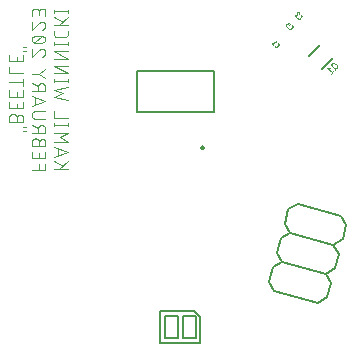
<source format=gbr>
G04 EAGLE Gerber RS-274X export*
G75*
%MOMM*%
%FSLAX34Y34*%
%LPD*%
%INSilkscreen Bottom*%
%IPPOS*%
%AMOC8*
5,1,8,0,0,1.08239X$1,22.5*%
G01*
%ADD10C,0.101600*%
%ADD11C,0.025400*%
%ADD12C,0.127000*%
%ADD13C,0.152400*%
%ADD14C,0.050800*%
%ADD15C,0.200000*%


D10*
X18908Y160662D02*
X30592Y160662D01*
X30592Y167153D02*
X23452Y160662D01*
X26048Y163258D02*
X18908Y167153D01*
X18908Y170892D02*
X30592Y174787D01*
X18908Y178682D01*
X21829Y177708D02*
X21829Y171866D01*
X18908Y183465D02*
X30592Y183465D01*
X24101Y187360D01*
X30592Y191255D01*
X18908Y191255D01*
X18908Y197647D02*
X30592Y197647D01*
X18908Y196349D02*
X18908Y198945D01*
X30592Y198945D02*
X30592Y196349D01*
X30592Y203949D02*
X18908Y203949D01*
X18908Y209142D01*
X18908Y221721D02*
X30592Y219124D01*
X26697Y224317D02*
X18908Y221721D01*
X18908Y226913D02*
X26697Y224317D01*
X30592Y229510D02*
X18908Y226913D01*
X18908Y234985D02*
X30592Y234985D01*
X18908Y233687D02*
X18908Y236283D01*
X30592Y236283D02*
X30592Y233687D01*
X30592Y241264D02*
X18908Y241264D01*
X18908Y247756D02*
X30592Y241264D01*
X30592Y247756D02*
X18908Y247756D01*
X18908Y253456D02*
X30592Y253456D01*
X18908Y259948D01*
X30592Y259948D01*
X30592Y266227D02*
X18908Y266227D01*
X18908Y264929D02*
X18908Y267525D01*
X30592Y267525D02*
X30592Y264929D01*
X18908Y274689D02*
X18908Y277285D01*
X18908Y274689D02*
X18910Y274590D01*
X18916Y274490D01*
X18925Y274391D01*
X18938Y274293D01*
X18955Y274195D01*
X18976Y274097D01*
X19001Y274001D01*
X19029Y273906D01*
X19061Y273812D01*
X19096Y273719D01*
X19135Y273627D01*
X19178Y273537D01*
X19223Y273449D01*
X19273Y273362D01*
X19325Y273278D01*
X19381Y273195D01*
X19439Y273115D01*
X19501Y273037D01*
X19566Y272962D01*
X19634Y272889D01*
X19704Y272819D01*
X19777Y272751D01*
X19852Y272686D01*
X19930Y272624D01*
X20010Y272566D01*
X20093Y272510D01*
X20177Y272458D01*
X20264Y272408D01*
X20352Y272363D01*
X20442Y272320D01*
X20534Y272281D01*
X20627Y272246D01*
X20721Y272214D01*
X20816Y272186D01*
X20912Y272161D01*
X21010Y272140D01*
X21108Y272123D01*
X21206Y272110D01*
X21305Y272101D01*
X21405Y272095D01*
X21504Y272093D01*
X21504Y272092D02*
X27996Y272092D01*
X27996Y272093D02*
X28095Y272095D01*
X28195Y272101D01*
X28294Y272110D01*
X28392Y272123D01*
X28490Y272140D01*
X28588Y272161D01*
X28684Y272186D01*
X28779Y272214D01*
X28873Y272246D01*
X28966Y272281D01*
X29058Y272320D01*
X29148Y272363D01*
X29236Y272408D01*
X29323Y272458D01*
X29407Y272510D01*
X29490Y272566D01*
X29570Y272624D01*
X29648Y272686D01*
X29723Y272751D01*
X29796Y272819D01*
X29866Y272889D01*
X29934Y272962D01*
X29999Y273037D01*
X30061Y273115D01*
X30119Y273195D01*
X30175Y273278D01*
X30227Y273362D01*
X30277Y273449D01*
X30322Y273537D01*
X30365Y273627D01*
X30404Y273719D01*
X30439Y273811D01*
X30471Y273906D01*
X30499Y274001D01*
X30524Y274097D01*
X30545Y274195D01*
X30562Y274293D01*
X30575Y274391D01*
X30584Y274490D01*
X30590Y274590D01*
X30592Y274689D01*
X30592Y277285D01*
X30592Y282201D02*
X18908Y282201D01*
X23452Y282201D02*
X30592Y288692D01*
X26048Y284797D02*
X18908Y288692D01*
X18908Y294040D02*
X30592Y294040D01*
X18908Y292742D02*
X18908Y295338D01*
X30592Y295338D02*
X30592Y292742D01*
X11542Y159805D02*
X-142Y159805D01*
X11542Y159805D02*
X11542Y164998D01*
X6349Y164998D02*
X6349Y159805D01*
X-142Y169711D02*
X-142Y174904D01*
X-142Y169711D02*
X11542Y169711D01*
X11542Y174904D01*
X6349Y173606D02*
X6349Y169711D01*
X6349Y179764D02*
X6349Y183010D01*
X6350Y183010D02*
X6348Y183123D01*
X6342Y183236D01*
X6332Y183349D01*
X6318Y183462D01*
X6301Y183574D01*
X6279Y183685D01*
X6254Y183795D01*
X6224Y183905D01*
X6191Y184013D01*
X6154Y184120D01*
X6114Y184226D01*
X6069Y184330D01*
X6021Y184433D01*
X5970Y184534D01*
X5915Y184633D01*
X5857Y184730D01*
X5795Y184825D01*
X5730Y184918D01*
X5662Y185008D01*
X5591Y185096D01*
X5516Y185182D01*
X5439Y185265D01*
X5359Y185345D01*
X5276Y185422D01*
X5190Y185497D01*
X5102Y185568D01*
X5012Y185636D01*
X4919Y185701D01*
X4824Y185763D01*
X4727Y185821D01*
X4628Y185876D01*
X4527Y185927D01*
X4424Y185975D01*
X4320Y186020D01*
X4214Y186060D01*
X4107Y186097D01*
X3999Y186130D01*
X3889Y186160D01*
X3779Y186185D01*
X3668Y186207D01*
X3556Y186224D01*
X3443Y186238D01*
X3330Y186248D01*
X3217Y186254D01*
X3104Y186256D01*
X2991Y186254D01*
X2878Y186248D01*
X2765Y186238D01*
X2652Y186224D01*
X2540Y186207D01*
X2429Y186185D01*
X2319Y186160D01*
X2209Y186130D01*
X2101Y186097D01*
X1994Y186060D01*
X1888Y186020D01*
X1784Y185975D01*
X1681Y185927D01*
X1580Y185876D01*
X1481Y185821D01*
X1384Y185763D01*
X1289Y185701D01*
X1196Y185636D01*
X1106Y185568D01*
X1018Y185497D01*
X932Y185422D01*
X849Y185345D01*
X769Y185265D01*
X692Y185182D01*
X617Y185096D01*
X546Y185008D01*
X478Y184918D01*
X413Y184825D01*
X351Y184730D01*
X293Y184633D01*
X238Y184534D01*
X187Y184433D01*
X139Y184330D01*
X94Y184226D01*
X54Y184120D01*
X17Y184013D01*
X-16Y183905D01*
X-46Y183795D01*
X-71Y183685D01*
X-93Y183574D01*
X-110Y183462D01*
X-124Y183349D01*
X-134Y183236D01*
X-140Y183123D01*
X-142Y183010D01*
X-142Y179764D01*
X11542Y179764D01*
X11542Y183010D01*
X11540Y183111D01*
X11534Y183211D01*
X11524Y183311D01*
X11511Y183411D01*
X11493Y183510D01*
X11472Y183609D01*
X11447Y183706D01*
X11418Y183803D01*
X11385Y183898D01*
X11349Y183992D01*
X11309Y184084D01*
X11266Y184175D01*
X11219Y184264D01*
X11169Y184351D01*
X11115Y184437D01*
X11058Y184520D01*
X10998Y184600D01*
X10935Y184679D01*
X10868Y184755D01*
X10799Y184828D01*
X10727Y184898D01*
X10653Y184966D01*
X10576Y185031D01*
X10496Y185092D01*
X10414Y185151D01*
X10330Y185206D01*
X10244Y185258D01*
X10156Y185307D01*
X10066Y185352D01*
X9974Y185394D01*
X9881Y185432D01*
X9786Y185466D01*
X9691Y185497D01*
X9594Y185524D01*
X9496Y185547D01*
X9397Y185567D01*
X9297Y185582D01*
X9197Y185594D01*
X9097Y185602D01*
X8996Y185606D01*
X8896Y185606D01*
X8795Y185602D01*
X8695Y185594D01*
X8595Y185582D01*
X8495Y185567D01*
X8396Y185547D01*
X8298Y185524D01*
X8201Y185497D01*
X8106Y185466D01*
X8011Y185432D01*
X7918Y185394D01*
X7826Y185352D01*
X7736Y185307D01*
X7648Y185258D01*
X7562Y185206D01*
X7478Y185151D01*
X7396Y185092D01*
X7316Y185031D01*
X7239Y184966D01*
X7165Y184898D01*
X7093Y184828D01*
X7024Y184755D01*
X6957Y184679D01*
X6894Y184600D01*
X6834Y184520D01*
X6777Y184437D01*
X6723Y184351D01*
X6673Y184264D01*
X6626Y184175D01*
X6583Y184084D01*
X6543Y183992D01*
X6507Y183898D01*
X6474Y183803D01*
X6445Y183706D01*
X6420Y183609D01*
X6399Y183510D01*
X6381Y183411D01*
X6368Y183311D01*
X6358Y183211D01*
X6352Y183111D01*
X6350Y183010D01*
X11542Y191098D02*
X-142Y191098D01*
X11542Y191098D02*
X11542Y194344D01*
X11540Y194457D01*
X11534Y194570D01*
X11524Y194683D01*
X11510Y194796D01*
X11493Y194908D01*
X11471Y195019D01*
X11446Y195129D01*
X11416Y195239D01*
X11383Y195347D01*
X11346Y195454D01*
X11306Y195560D01*
X11261Y195664D01*
X11213Y195767D01*
X11162Y195868D01*
X11107Y195967D01*
X11049Y196064D01*
X10987Y196159D01*
X10922Y196252D01*
X10854Y196342D01*
X10783Y196430D01*
X10708Y196516D01*
X10631Y196599D01*
X10551Y196679D01*
X10468Y196756D01*
X10382Y196831D01*
X10294Y196902D01*
X10204Y196970D01*
X10111Y197035D01*
X10016Y197097D01*
X9919Y197155D01*
X9820Y197210D01*
X9719Y197261D01*
X9616Y197309D01*
X9512Y197354D01*
X9406Y197394D01*
X9299Y197431D01*
X9191Y197464D01*
X9081Y197494D01*
X8971Y197519D01*
X8860Y197541D01*
X8748Y197558D01*
X8635Y197572D01*
X8522Y197582D01*
X8409Y197588D01*
X8296Y197590D01*
X8183Y197588D01*
X8070Y197582D01*
X7957Y197572D01*
X7844Y197558D01*
X7732Y197541D01*
X7621Y197519D01*
X7511Y197494D01*
X7401Y197464D01*
X7293Y197431D01*
X7186Y197394D01*
X7080Y197354D01*
X6976Y197309D01*
X6873Y197261D01*
X6772Y197210D01*
X6673Y197155D01*
X6576Y197097D01*
X6481Y197035D01*
X6388Y196970D01*
X6298Y196902D01*
X6210Y196831D01*
X6124Y196756D01*
X6041Y196679D01*
X5961Y196599D01*
X5884Y196516D01*
X5809Y196430D01*
X5738Y196342D01*
X5670Y196252D01*
X5605Y196159D01*
X5543Y196064D01*
X5485Y195967D01*
X5430Y195868D01*
X5379Y195767D01*
X5331Y195664D01*
X5286Y195560D01*
X5246Y195454D01*
X5209Y195347D01*
X5176Y195239D01*
X5146Y195129D01*
X5121Y195019D01*
X5099Y194908D01*
X5082Y194796D01*
X5068Y194683D01*
X5058Y194570D01*
X5052Y194457D01*
X5050Y194344D01*
X5051Y194344D02*
X5051Y191098D01*
X5051Y194993D02*
X-142Y197589D01*
X3104Y202836D02*
X11542Y202836D01*
X3104Y202835D02*
X2991Y202837D01*
X2878Y202843D01*
X2765Y202853D01*
X2652Y202867D01*
X2540Y202884D01*
X2429Y202906D01*
X2319Y202931D01*
X2209Y202961D01*
X2101Y202994D01*
X1994Y203031D01*
X1888Y203071D01*
X1784Y203116D01*
X1681Y203164D01*
X1580Y203215D01*
X1481Y203270D01*
X1384Y203328D01*
X1289Y203390D01*
X1196Y203455D01*
X1106Y203523D01*
X1018Y203594D01*
X932Y203669D01*
X849Y203746D01*
X769Y203826D01*
X692Y203909D01*
X617Y203995D01*
X546Y204083D01*
X478Y204173D01*
X413Y204266D01*
X351Y204361D01*
X293Y204458D01*
X238Y204557D01*
X187Y204658D01*
X139Y204761D01*
X94Y204865D01*
X54Y204971D01*
X17Y205078D01*
X-16Y205186D01*
X-46Y205296D01*
X-71Y205406D01*
X-93Y205517D01*
X-110Y205629D01*
X-124Y205742D01*
X-134Y205855D01*
X-140Y205968D01*
X-142Y206081D01*
X-140Y206194D01*
X-134Y206307D01*
X-124Y206420D01*
X-110Y206533D01*
X-93Y206645D01*
X-71Y206756D01*
X-46Y206866D01*
X-16Y206976D01*
X17Y207084D01*
X54Y207191D01*
X94Y207297D01*
X139Y207401D01*
X187Y207504D01*
X238Y207605D01*
X293Y207704D01*
X351Y207801D01*
X413Y207896D01*
X478Y207989D01*
X546Y208079D01*
X617Y208167D01*
X692Y208253D01*
X769Y208336D01*
X849Y208416D01*
X932Y208493D01*
X1018Y208568D01*
X1106Y208639D01*
X1196Y208707D01*
X1289Y208772D01*
X1384Y208834D01*
X1481Y208892D01*
X1580Y208947D01*
X1681Y208998D01*
X1784Y209046D01*
X1888Y209091D01*
X1994Y209131D01*
X2101Y209168D01*
X2209Y209201D01*
X2319Y209231D01*
X2429Y209256D01*
X2540Y209278D01*
X2652Y209295D01*
X2765Y209309D01*
X2878Y209319D01*
X2991Y209325D01*
X3104Y209327D01*
X11542Y209327D01*
X11542Y217892D02*
X-142Y213998D01*
X-142Y221787D02*
X11542Y217892D01*
X2779Y220813D02*
X2779Y214971D01*
X-142Y226531D02*
X11542Y226531D01*
X11542Y229777D01*
X11540Y229890D01*
X11534Y230003D01*
X11524Y230116D01*
X11510Y230229D01*
X11493Y230341D01*
X11471Y230452D01*
X11446Y230562D01*
X11416Y230672D01*
X11383Y230780D01*
X11346Y230887D01*
X11306Y230993D01*
X11261Y231097D01*
X11213Y231200D01*
X11162Y231301D01*
X11107Y231400D01*
X11049Y231497D01*
X10987Y231592D01*
X10922Y231685D01*
X10854Y231775D01*
X10783Y231863D01*
X10708Y231949D01*
X10631Y232032D01*
X10551Y232112D01*
X10468Y232189D01*
X10382Y232264D01*
X10294Y232335D01*
X10204Y232403D01*
X10111Y232468D01*
X10016Y232530D01*
X9919Y232588D01*
X9820Y232643D01*
X9719Y232694D01*
X9616Y232742D01*
X9512Y232787D01*
X9406Y232827D01*
X9299Y232864D01*
X9191Y232897D01*
X9081Y232927D01*
X8971Y232952D01*
X8860Y232974D01*
X8748Y232991D01*
X8635Y233005D01*
X8522Y233015D01*
X8409Y233021D01*
X8296Y233023D01*
X8183Y233021D01*
X8070Y233015D01*
X7957Y233005D01*
X7844Y232991D01*
X7732Y232974D01*
X7621Y232952D01*
X7511Y232927D01*
X7401Y232897D01*
X7293Y232864D01*
X7186Y232827D01*
X7080Y232787D01*
X6976Y232742D01*
X6873Y232694D01*
X6772Y232643D01*
X6673Y232588D01*
X6576Y232530D01*
X6481Y232468D01*
X6388Y232403D01*
X6298Y232335D01*
X6210Y232264D01*
X6124Y232189D01*
X6041Y232112D01*
X5961Y232032D01*
X5884Y231949D01*
X5809Y231863D01*
X5738Y231775D01*
X5670Y231685D01*
X5605Y231592D01*
X5543Y231497D01*
X5485Y231400D01*
X5430Y231301D01*
X5379Y231200D01*
X5331Y231097D01*
X5286Y230993D01*
X5246Y230887D01*
X5209Y230780D01*
X5176Y230672D01*
X5146Y230562D01*
X5121Y230452D01*
X5099Y230341D01*
X5082Y230229D01*
X5068Y230116D01*
X5058Y230003D01*
X5052Y229890D01*
X5050Y229777D01*
X5051Y229777D02*
X5051Y226531D01*
X5051Y230426D02*
X-142Y233022D01*
X6025Y241133D02*
X11542Y237239D01*
X6025Y241133D02*
X11542Y245028D01*
X6025Y241133D02*
X-142Y241133D01*
X11542Y258984D02*
X11540Y259091D01*
X11534Y259197D01*
X11524Y259303D01*
X11511Y259409D01*
X11493Y259515D01*
X11472Y259619D01*
X11447Y259723D01*
X11418Y259826D01*
X11386Y259927D01*
X11349Y260027D01*
X11309Y260126D01*
X11266Y260224D01*
X11219Y260320D01*
X11168Y260414D01*
X11114Y260506D01*
X11057Y260596D01*
X10997Y260684D01*
X10933Y260769D01*
X10866Y260852D01*
X10796Y260933D01*
X10724Y261011D01*
X10648Y261087D01*
X10570Y261159D01*
X10489Y261229D01*
X10406Y261296D01*
X10321Y261360D01*
X10233Y261420D01*
X10143Y261477D01*
X10051Y261531D01*
X9957Y261582D01*
X9861Y261629D01*
X9763Y261672D01*
X9664Y261712D01*
X9564Y261749D01*
X9463Y261781D01*
X9360Y261810D01*
X9256Y261835D01*
X9152Y261856D01*
X9046Y261874D01*
X8940Y261887D01*
X8834Y261897D01*
X8728Y261903D01*
X8621Y261905D01*
X11542Y258984D02*
X11540Y258863D01*
X11534Y258742D01*
X11524Y258622D01*
X11511Y258501D01*
X11493Y258382D01*
X11472Y258262D01*
X11447Y258144D01*
X11418Y258027D01*
X11385Y257910D01*
X11349Y257795D01*
X11308Y257681D01*
X11265Y257568D01*
X11217Y257456D01*
X11166Y257347D01*
X11111Y257239D01*
X11053Y257132D01*
X10992Y257028D01*
X10927Y256926D01*
X10859Y256826D01*
X10788Y256728D01*
X10714Y256632D01*
X10637Y256539D01*
X10556Y256449D01*
X10473Y256361D01*
X10387Y256276D01*
X10298Y256193D01*
X10207Y256114D01*
X10113Y256037D01*
X10017Y255964D01*
X9919Y255894D01*
X9818Y255827D01*
X9715Y255763D01*
X9610Y255703D01*
X9503Y255646D01*
X9395Y255592D01*
X9285Y255542D01*
X9173Y255496D01*
X9060Y255453D01*
X8945Y255414D01*
X6349Y260931D02*
X6426Y261010D01*
X6507Y261086D01*
X6590Y261159D01*
X6675Y261229D01*
X6763Y261296D01*
X6853Y261360D01*
X6945Y261420D01*
X7040Y261477D01*
X7136Y261531D01*
X7234Y261582D01*
X7334Y261629D01*
X7436Y261673D01*
X7539Y261713D01*
X7643Y261749D01*
X7749Y261781D01*
X7855Y261810D01*
X7963Y261835D01*
X8071Y261857D01*
X8181Y261874D01*
X8290Y261888D01*
X8400Y261897D01*
X8511Y261903D01*
X8621Y261905D01*
X6349Y260931D02*
X-142Y255414D01*
X-142Y261905D01*
X5700Y266844D02*
X5930Y266847D01*
X6160Y266855D01*
X6389Y266869D01*
X6618Y266888D01*
X6847Y266913D01*
X7074Y266943D01*
X7302Y266978D01*
X7528Y267019D01*
X7753Y267065D01*
X7977Y267117D01*
X8199Y267174D01*
X8421Y267236D01*
X8640Y267304D01*
X8858Y267377D01*
X9075Y267455D01*
X9289Y267538D01*
X9501Y267626D01*
X9711Y267719D01*
X9919Y267818D01*
X9919Y267817D02*
X10009Y267850D01*
X10098Y267886D01*
X10186Y267926D01*
X10271Y267970D01*
X10355Y268017D01*
X10437Y268067D01*
X10517Y268121D01*
X10594Y268177D01*
X10670Y268237D01*
X10743Y268300D01*
X10813Y268365D01*
X10881Y268434D01*
X10945Y268505D01*
X11007Y268578D01*
X11066Y268654D01*
X11122Y268732D01*
X11175Y268813D01*
X11224Y268895D01*
X11270Y268979D01*
X11313Y269066D01*
X11352Y269153D01*
X11388Y269243D01*
X11420Y269333D01*
X11448Y269425D01*
X11473Y269518D01*
X11494Y269612D01*
X11511Y269706D01*
X11525Y269801D01*
X11534Y269897D01*
X11540Y269993D01*
X11542Y270089D01*
X11540Y270185D01*
X11534Y270281D01*
X11525Y270377D01*
X11511Y270472D01*
X11494Y270566D01*
X11473Y270660D01*
X11448Y270753D01*
X11420Y270845D01*
X11388Y270935D01*
X11352Y271025D01*
X11313Y271112D01*
X11270Y271199D01*
X11224Y271283D01*
X11175Y271365D01*
X11122Y271446D01*
X11066Y271524D01*
X11007Y271600D01*
X10945Y271673D01*
X10881Y271744D01*
X10813Y271813D01*
X10743Y271878D01*
X10670Y271941D01*
X10594Y272001D01*
X10517Y272057D01*
X10437Y272111D01*
X10355Y272161D01*
X10271Y272208D01*
X10186Y272252D01*
X10098Y272292D01*
X10009Y272328D01*
X9919Y272361D01*
X9712Y272460D01*
X9502Y272553D01*
X9289Y272641D01*
X9075Y272724D01*
X8859Y272802D01*
X8641Y272875D01*
X8421Y272943D01*
X8200Y273005D01*
X7977Y273062D01*
X7753Y273114D01*
X7528Y273160D01*
X7302Y273201D01*
X7075Y273236D01*
X6847Y273266D01*
X6618Y273291D01*
X6389Y273310D01*
X6160Y273324D01*
X5930Y273332D01*
X5700Y273335D01*
X5700Y266843D02*
X5470Y266846D01*
X5240Y266854D01*
X5011Y266868D01*
X4782Y266887D01*
X4553Y266912D01*
X4325Y266942D01*
X4098Y266977D01*
X3872Y267018D01*
X3647Y267064D01*
X3423Y267116D01*
X3200Y267173D01*
X2979Y267235D01*
X2759Y267303D01*
X2541Y267376D01*
X2325Y267454D01*
X2111Y267537D01*
X1899Y267625D01*
X1688Y267718D01*
X1481Y267817D01*
X1391Y267850D01*
X1302Y267886D01*
X1214Y267927D01*
X1129Y267970D01*
X1045Y268017D01*
X963Y268067D01*
X883Y268121D01*
X806Y268177D01*
X730Y268237D01*
X657Y268300D01*
X587Y268365D01*
X519Y268434D01*
X455Y268505D01*
X393Y268578D01*
X334Y268654D01*
X278Y268732D01*
X225Y268813D01*
X176Y268895D01*
X130Y268979D01*
X87Y269066D01*
X48Y269153D01*
X12Y269243D01*
X-20Y269333D01*
X-48Y269425D01*
X-73Y269518D01*
X-94Y269612D01*
X-111Y269706D01*
X-125Y269801D01*
X-134Y269897D01*
X-140Y269993D01*
X-142Y270089D01*
X1481Y272361D02*
X1688Y272460D01*
X1899Y272553D01*
X2111Y272641D01*
X2325Y272724D01*
X2541Y272802D01*
X2759Y272875D01*
X2979Y272943D01*
X3200Y273005D01*
X3423Y273062D01*
X3647Y273114D01*
X3872Y273160D01*
X4098Y273201D01*
X4325Y273236D01*
X4553Y273266D01*
X4782Y273291D01*
X5011Y273310D01*
X5240Y273324D01*
X5470Y273332D01*
X5700Y273335D01*
X1481Y272361D02*
X1391Y272328D01*
X1302Y272292D01*
X1214Y272252D01*
X1129Y272208D01*
X1045Y272161D01*
X963Y272111D01*
X883Y272057D01*
X806Y272001D01*
X730Y271941D01*
X657Y271878D01*
X587Y271813D01*
X519Y271744D01*
X455Y271673D01*
X393Y271600D01*
X334Y271524D01*
X278Y271446D01*
X225Y271365D01*
X176Y271283D01*
X130Y271199D01*
X87Y271112D01*
X48Y271025D01*
X12Y270935D01*
X-20Y270845D01*
X-48Y270753D01*
X-73Y270660D01*
X-94Y270566D01*
X-111Y270472D01*
X-125Y270377D01*
X-134Y270281D01*
X-140Y270185D01*
X-142Y270089D01*
X2454Y267493D02*
X8946Y272686D01*
X11542Y281844D02*
X11540Y281951D01*
X11534Y282057D01*
X11524Y282163D01*
X11511Y282269D01*
X11493Y282375D01*
X11472Y282479D01*
X11447Y282583D01*
X11418Y282686D01*
X11386Y282787D01*
X11349Y282887D01*
X11309Y282986D01*
X11266Y283084D01*
X11219Y283180D01*
X11168Y283274D01*
X11114Y283366D01*
X11057Y283456D01*
X10997Y283544D01*
X10933Y283629D01*
X10866Y283712D01*
X10796Y283793D01*
X10724Y283871D01*
X10648Y283947D01*
X10570Y284019D01*
X10489Y284089D01*
X10406Y284156D01*
X10321Y284220D01*
X10233Y284280D01*
X10143Y284337D01*
X10051Y284391D01*
X9957Y284442D01*
X9861Y284489D01*
X9763Y284532D01*
X9664Y284572D01*
X9564Y284609D01*
X9463Y284641D01*
X9360Y284670D01*
X9256Y284695D01*
X9152Y284716D01*
X9046Y284734D01*
X8940Y284747D01*
X8834Y284757D01*
X8728Y284763D01*
X8621Y284765D01*
X11542Y281844D02*
X11540Y281723D01*
X11534Y281602D01*
X11524Y281482D01*
X11511Y281361D01*
X11493Y281242D01*
X11472Y281122D01*
X11447Y281004D01*
X11418Y280887D01*
X11385Y280770D01*
X11349Y280655D01*
X11308Y280541D01*
X11265Y280428D01*
X11217Y280316D01*
X11166Y280207D01*
X11111Y280099D01*
X11053Y279992D01*
X10992Y279888D01*
X10927Y279786D01*
X10859Y279686D01*
X10788Y279588D01*
X10714Y279492D01*
X10637Y279399D01*
X10556Y279309D01*
X10473Y279221D01*
X10387Y279136D01*
X10298Y279053D01*
X10207Y278974D01*
X10113Y278897D01*
X10017Y278824D01*
X9919Y278754D01*
X9818Y278687D01*
X9715Y278623D01*
X9610Y278563D01*
X9503Y278506D01*
X9395Y278452D01*
X9285Y278402D01*
X9173Y278356D01*
X9060Y278313D01*
X8945Y278274D01*
X6349Y283791D02*
X6426Y283870D01*
X6507Y283946D01*
X6590Y284019D01*
X6675Y284089D01*
X6763Y284156D01*
X6853Y284220D01*
X6945Y284280D01*
X7040Y284337D01*
X7136Y284391D01*
X7234Y284442D01*
X7334Y284489D01*
X7436Y284533D01*
X7539Y284573D01*
X7643Y284609D01*
X7749Y284641D01*
X7855Y284670D01*
X7963Y284695D01*
X8071Y284717D01*
X8181Y284734D01*
X8290Y284748D01*
X8400Y284757D01*
X8511Y284763D01*
X8621Y284765D01*
X6349Y283791D02*
X-142Y278274D01*
X-142Y284765D01*
X-142Y289704D02*
X-142Y292949D01*
X-140Y293062D01*
X-134Y293175D01*
X-124Y293288D01*
X-110Y293401D01*
X-93Y293513D01*
X-71Y293624D01*
X-46Y293734D01*
X-16Y293844D01*
X17Y293952D01*
X54Y294059D01*
X94Y294165D01*
X139Y294269D01*
X187Y294372D01*
X238Y294473D01*
X293Y294572D01*
X351Y294669D01*
X413Y294764D01*
X478Y294857D01*
X546Y294947D01*
X617Y295035D01*
X692Y295121D01*
X769Y295204D01*
X849Y295284D01*
X932Y295361D01*
X1018Y295436D01*
X1106Y295507D01*
X1196Y295575D01*
X1289Y295640D01*
X1384Y295702D01*
X1481Y295760D01*
X1580Y295815D01*
X1681Y295866D01*
X1784Y295914D01*
X1888Y295959D01*
X1994Y295999D01*
X2101Y296036D01*
X2209Y296069D01*
X2319Y296099D01*
X2429Y296124D01*
X2540Y296146D01*
X2652Y296163D01*
X2765Y296177D01*
X2878Y296187D01*
X2991Y296193D01*
X3104Y296195D01*
X3217Y296193D01*
X3330Y296187D01*
X3443Y296177D01*
X3556Y296163D01*
X3668Y296146D01*
X3779Y296124D01*
X3889Y296099D01*
X3999Y296069D01*
X4107Y296036D01*
X4214Y295999D01*
X4320Y295959D01*
X4424Y295914D01*
X4527Y295866D01*
X4628Y295815D01*
X4727Y295760D01*
X4824Y295702D01*
X4919Y295640D01*
X5012Y295575D01*
X5102Y295507D01*
X5190Y295436D01*
X5276Y295361D01*
X5359Y295284D01*
X5439Y295204D01*
X5516Y295121D01*
X5591Y295035D01*
X5662Y294947D01*
X5730Y294857D01*
X5795Y294764D01*
X5857Y294669D01*
X5915Y294572D01*
X5970Y294473D01*
X6021Y294372D01*
X6069Y294269D01*
X6114Y294165D01*
X6154Y294059D01*
X6191Y293952D01*
X6224Y293844D01*
X6254Y293734D01*
X6279Y293624D01*
X6301Y293513D01*
X6318Y293401D01*
X6332Y293288D01*
X6342Y293175D01*
X6348Y293062D01*
X6350Y292949D01*
X11542Y293598D02*
X11542Y289704D01*
X11542Y293598D02*
X11540Y293699D01*
X11534Y293799D01*
X11524Y293899D01*
X11511Y293999D01*
X11493Y294098D01*
X11472Y294197D01*
X11447Y294294D01*
X11418Y294391D01*
X11385Y294486D01*
X11349Y294580D01*
X11309Y294672D01*
X11266Y294763D01*
X11219Y294852D01*
X11169Y294939D01*
X11115Y295025D01*
X11058Y295108D01*
X10998Y295188D01*
X10935Y295267D01*
X10868Y295343D01*
X10799Y295416D01*
X10727Y295486D01*
X10653Y295554D01*
X10576Y295619D01*
X10496Y295680D01*
X10414Y295739D01*
X10330Y295794D01*
X10244Y295846D01*
X10156Y295895D01*
X10066Y295940D01*
X9974Y295982D01*
X9881Y296020D01*
X9786Y296054D01*
X9691Y296085D01*
X9594Y296112D01*
X9496Y296135D01*
X9397Y296155D01*
X9297Y296170D01*
X9197Y296182D01*
X9097Y296190D01*
X8996Y296194D01*
X8896Y296194D01*
X8795Y296190D01*
X8695Y296182D01*
X8595Y296170D01*
X8495Y296155D01*
X8396Y296135D01*
X8298Y296112D01*
X8201Y296085D01*
X8106Y296054D01*
X8011Y296020D01*
X7918Y295982D01*
X7826Y295940D01*
X7736Y295895D01*
X7648Y295846D01*
X7562Y295794D01*
X7478Y295739D01*
X7396Y295680D01*
X7316Y295619D01*
X7239Y295554D01*
X7165Y295486D01*
X7093Y295416D01*
X7024Y295343D01*
X6957Y295267D01*
X6894Y295188D01*
X6834Y295108D01*
X6777Y295025D01*
X6723Y294939D01*
X6673Y294852D01*
X6626Y294763D01*
X6583Y294672D01*
X6543Y294580D01*
X6507Y294486D01*
X6474Y294391D01*
X6445Y294294D01*
X6420Y294197D01*
X6399Y294098D01*
X6381Y293999D01*
X6368Y293899D01*
X6358Y293799D01*
X6352Y293699D01*
X6350Y293598D01*
X6349Y293598D02*
X6349Y291002D01*
X-4912Y192468D02*
X-7508Y192468D01*
X-7508Y195714D02*
X-4912Y195714D01*
X-12701Y200540D02*
X-12701Y203785D01*
X-12700Y203785D02*
X-12702Y203898D01*
X-12708Y204011D01*
X-12718Y204124D01*
X-12732Y204237D01*
X-12749Y204349D01*
X-12771Y204460D01*
X-12796Y204570D01*
X-12826Y204680D01*
X-12859Y204788D01*
X-12896Y204895D01*
X-12936Y205001D01*
X-12981Y205105D01*
X-13029Y205208D01*
X-13080Y205309D01*
X-13135Y205408D01*
X-13193Y205505D01*
X-13255Y205600D01*
X-13320Y205693D01*
X-13388Y205783D01*
X-13459Y205871D01*
X-13534Y205957D01*
X-13611Y206040D01*
X-13691Y206120D01*
X-13774Y206197D01*
X-13860Y206272D01*
X-13948Y206343D01*
X-14038Y206411D01*
X-14131Y206476D01*
X-14226Y206538D01*
X-14323Y206596D01*
X-14422Y206651D01*
X-14523Y206702D01*
X-14626Y206750D01*
X-14730Y206795D01*
X-14836Y206835D01*
X-14943Y206872D01*
X-15051Y206905D01*
X-15161Y206935D01*
X-15271Y206960D01*
X-15382Y206982D01*
X-15494Y206999D01*
X-15607Y207013D01*
X-15720Y207023D01*
X-15833Y207029D01*
X-15946Y207031D01*
X-16059Y207029D01*
X-16172Y207023D01*
X-16285Y207013D01*
X-16398Y206999D01*
X-16510Y206982D01*
X-16621Y206960D01*
X-16731Y206935D01*
X-16841Y206905D01*
X-16949Y206872D01*
X-17056Y206835D01*
X-17162Y206795D01*
X-17266Y206750D01*
X-17369Y206702D01*
X-17470Y206651D01*
X-17569Y206596D01*
X-17666Y206538D01*
X-17761Y206476D01*
X-17854Y206411D01*
X-17944Y206343D01*
X-18032Y206272D01*
X-18118Y206197D01*
X-18201Y206120D01*
X-18281Y206040D01*
X-18358Y205957D01*
X-18433Y205871D01*
X-18504Y205783D01*
X-18572Y205693D01*
X-18637Y205600D01*
X-18699Y205505D01*
X-18757Y205408D01*
X-18812Y205309D01*
X-18863Y205208D01*
X-18911Y205105D01*
X-18956Y205001D01*
X-18996Y204895D01*
X-19033Y204788D01*
X-19066Y204680D01*
X-19096Y204570D01*
X-19121Y204460D01*
X-19143Y204349D01*
X-19160Y204237D01*
X-19174Y204124D01*
X-19184Y204011D01*
X-19190Y203898D01*
X-19192Y203785D01*
X-19192Y200540D01*
X-7508Y200540D01*
X-7508Y203785D01*
X-7510Y203886D01*
X-7516Y203986D01*
X-7526Y204086D01*
X-7539Y204186D01*
X-7557Y204285D01*
X-7578Y204384D01*
X-7603Y204481D01*
X-7632Y204578D01*
X-7665Y204673D01*
X-7701Y204767D01*
X-7741Y204859D01*
X-7784Y204950D01*
X-7831Y205039D01*
X-7881Y205126D01*
X-7935Y205212D01*
X-7992Y205295D01*
X-8052Y205375D01*
X-8115Y205454D01*
X-8182Y205530D01*
X-8251Y205603D01*
X-8323Y205673D01*
X-8397Y205741D01*
X-8474Y205806D01*
X-8554Y205867D01*
X-8636Y205926D01*
X-8720Y205981D01*
X-8806Y206033D01*
X-8894Y206082D01*
X-8984Y206127D01*
X-9076Y206169D01*
X-9169Y206207D01*
X-9264Y206241D01*
X-9359Y206272D01*
X-9456Y206299D01*
X-9554Y206322D01*
X-9653Y206342D01*
X-9753Y206357D01*
X-9853Y206369D01*
X-9953Y206377D01*
X-10054Y206381D01*
X-10154Y206381D01*
X-10255Y206377D01*
X-10355Y206369D01*
X-10455Y206357D01*
X-10555Y206342D01*
X-10654Y206322D01*
X-10752Y206299D01*
X-10849Y206272D01*
X-10944Y206241D01*
X-11039Y206207D01*
X-11132Y206169D01*
X-11224Y206127D01*
X-11314Y206082D01*
X-11402Y206033D01*
X-11488Y205981D01*
X-11572Y205926D01*
X-11654Y205867D01*
X-11734Y205806D01*
X-11811Y205741D01*
X-11885Y205673D01*
X-11957Y205603D01*
X-12026Y205530D01*
X-12093Y205454D01*
X-12156Y205375D01*
X-12216Y205295D01*
X-12273Y205212D01*
X-12327Y205126D01*
X-12377Y205039D01*
X-12424Y204950D01*
X-12467Y204859D01*
X-12507Y204767D01*
X-12543Y204673D01*
X-12576Y204578D01*
X-12605Y204481D01*
X-12630Y204384D01*
X-12651Y204285D01*
X-12669Y204186D01*
X-12682Y204086D01*
X-12692Y203986D01*
X-12698Y203886D01*
X-12700Y203785D01*
X-19192Y211823D02*
X-19192Y217016D01*
X-19192Y211823D02*
X-7508Y211823D01*
X-7508Y217016D01*
X-12701Y215718D02*
X-12701Y211823D01*
X-19192Y221729D02*
X-19192Y226922D01*
X-19192Y221729D02*
X-7508Y221729D01*
X-7508Y226922D01*
X-12701Y225624D02*
X-12701Y221729D01*
X-7508Y233715D02*
X-19192Y233715D01*
X-7508Y230469D02*
X-7508Y236961D01*
X-7508Y241541D02*
X-19192Y241541D01*
X-19192Y246734D01*
X-19192Y251447D02*
X-19192Y256640D01*
X-19192Y251447D02*
X-7508Y251447D01*
X-7508Y256640D01*
X-12701Y255342D02*
X-12701Y251447D01*
X-7508Y260286D02*
X-4912Y260286D01*
X-4912Y263532D02*
X-7508Y263532D01*
D11*
X205533Y264537D02*
X206132Y263938D01*
X206131Y263938D02*
X206172Y263900D01*
X206214Y263865D01*
X206259Y263833D01*
X206307Y263803D01*
X206355Y263777D01*
X206406Y263754D01*
X206458Y263735D01*
X206511Y263719D01*
X206565Y263706D01*
X206619Y263697D01*
X206675Y263692D01*
X206730Y263690D01*
X206785Y263692D01*
X206841Y263697D01*
X206895Y263706D01*
X206949Y263719D01*
X207002Y263735D01*
X207054Y263754D01*
X207105Y263777D01*
X207154Y263803D01*
X207201Y263833D01*
X207246Y263865D01*
X207288Y263900D01*
X207329Y263938D01*
X208826Y265435D01*
X208864Y265476D01*
X208899Y265518D01*
X208931Y265563D01*
X208961Y265611D01*
X208987Y265659D01*
X209010Y265710D01*
X209029Y265762D01*
X209045Y265815D01*
X209058Y265869D01*
X209067Y265923D01*
X209072Y265979D01*
X209074Y266034D01*
X209072Y266089D01*
X209067Y266145D01*
X209058Y266199D01*
X209045Y266253D01*
X209029Y266306D01*
X209010Y266358D01*
X208987Y266409D01*
X208961Y266458D01*
X208931Y266505D01*
X208899Y266550D01*
X208864Y266592D01*
X208826Y266633D01*
X208826Y266632D02*
X208227Y267231D01*
X206664Y267597D02*
X206514Y268944D01*
X203820Y266250D01*
X203072Y266998D02*
X204568Y265501D01*
X217932Y278908D02*
X217333Y279507D01*
X217931Y278908D02*
X217972Y278870D01*
X218014Y278835D01*
X218059Y278803D01*
X218107Y278773D01*
X218155Y278747D01*
X218206Y278724D01*
X218258Y278705D01*
X218311Y278689D01*
X218365Y278676D01*
X218419Y278667D01*
X218475Y278662D01*
X218530Y278660D01*
X218585Y278662D01*
X218641Y278667D01*
X218695Y278676D01*
X218749Y278689D01*
X218802Y278705D01*
X218854Y278724D01*
X218905Y278747D01*
X218954Y278773D01*
X219001Y278803D01*
X219046Y278835D01*
X219088Y278870D01*
X219129Y278908D01*
X220626Y280405D01*
X220664Y280446D01*
X220699Y280488D01*
X220731Y280533D01*
X220761Y280581D01*
X220787Y280629D01*
X220810Y280680D01*
X220829Y280732D01*
X220845Y280785D01*
X220858Y280839D01*
X220867Y280893D01*
X220872Y280949D01*
X220874Y281004D01*
X220872Y281059D01*
X220867Y281115D01*
X220858Y281169D01*
X220845Y281223D01*
X220829Y281276D01*
X220810Y281328D01*
X220787Y281379D01*
X220761Y281428D01*
X220731Y281475D01*
X220699Y281520D01*
X220664Y281562D01*
X220626Y281603D01*
X220626Y281602D02*
X220027Y282201D01*
X216368Y280471D02*
X215620Y281220D01*
X215576Y281266D01*
X215535Y281316D01*
X215497Y281367D01*
X215463Y281421D01*
X215431Y281476D01*
X215403Y281534D01*
X215379Y281593D01*
X215358Y281653D01*
X215341Y281715D01*
X215327Y281777D01*
X215318Y281840D01*
X215312Y281904D01*
X215310Y281968D01*
X215312Y282032D01*
X215318Y282096D01*
X215327Y282159D01*
X215341Y282221D01*
X215358Y282283D01*
X215379Y282343D01*
X215403Y282402D01*
X215431Y282460D01*
X215463Y282515D01*
X215497Y282569D01*
X215535Y282620D01*
X215576Y282670D01*
X215620Y282716D01*
X215666Y282760D01*
X215716Y282801D01*
X215767Y282839D01*
X215821Y282873D01*
X215876Y282905D01*
X215934Y282933D01*
X215993Y282957D01*
X216053Y282978D01*
X216115Y282995D01*
X216177Y283009D01*
X216240Y283018D01*
X216304Y283024D01*
X216368Y283026D01*
X216432Y283024D01*
X216496Y283018D01*
X216559Y283009D01*
X216621Y282995D01*
X216683Y282978D01*
X216743Y282957D01*
X216802Y282933D01*
X216860Y282905D01*
X216915Y282873D01*
X216969Y282839D01*
X217020Y282801D01*
X217070Y282760D01*
X217116Y282716D01*
X218164Y284064D02*
X219063Y283166D01*
X218165Y284064D02*
X218124Y284103D01*
X218080Y284138D01*
X218034Y284171D01*
X217985Y284201D01*
X217935Y284227D01*
X217884Y284250D01*
X217830Y284270D01*
X217776Y284286D01*
X217721Y284298D01*
X217665Y284306D01*
X217608Y284311D01*
X217552Y284312D01*
X217495Y284309D01*
X217439Y284302D01*
X217383Y284292D01*
X217329Y284278D01*
X217275Y284260D01*
X217222Y284239D01*
X217171Y284214D01*
X217122Y284186D01*
X217075Y284155D01*
X217030Y284121D01*
X216987Y284084D01*
X216947Y284044D01*
X216910Y284001D01*
X216876Y283956D01*
X216845Y283909D01*
X216817Y283860D01*
X216792Y283809D01*
X216771Y283756D01*
X216753Y283702D01*
X216739Y283648D01*
X216729Y283592D01*
X216722Y283536D01*
X216719Y283479D01*
X216720Y283423D01*
X216725Y283366D01*
X216733Y283310D01*
X216745Y283255D01*
X216761Y283201D01*
X216781Y283147D01*
X216804Y283096D01*
X216830Y283046D01*
X216860Y282997D01*
X216893Y282951D01*
X216928Y282907D01*
X216967Y282866D01*
X217566Y282267D01*
X224953Y288397D02*
X225552Y287798D01*
X225551Y287798D02*
X225592Y287760D01*
X225634Y287725D01*
X225679Y287693D01*
X225727Y287663D01*
X225775Y287637D01*
X225826Y287614D01*
X225878Y287595D01*
X225931Y287579D01*
X225985Y287566D01*
X226039Y287557D01*
X226095Y287552D01*
X226150Y287550D01*
X226205Y287552D01*
X226261Y287557D01*
X226315Y287566D01*
X226369Y287579D01*
X226422Y287595D01*
X226474Y287614D01*
X226525Y287637D01*
X226574Y287663D01*
X226621Y287693D01*
X226666Y287725D01*
X226708Y287760D01*
X226749Y287798D01*
X228246Y289295D01*
X228284Y289336D01*
X228319Y289378D01*
X228351Y289423D01*
X228381Y289471D01*
X228407Y289519D01*
X228430Y289570D01*
X228449Y289622D01*
X228465Y289675D01*
X228478Y289729D01*
X228487Y289783D01*
X228492Y289839D01*
X228494Y289894D01*
X228492Y289949D01*
X228487Y290005D01*
X228478Y290059D01*
X228465Y290113D01*
X228449Y290166D01*
X228430Y290218D01*
X228407Y290269D01*
X228381Y290318D01*
X228351Y290365D01*
X228319Y290410D01*
X228284Y290452D01*
X228246Y290493D01*
X228246Y290492D02*
X227647Y291091D01*
X225859Y292878D02*
X225816Y292919D01*
X225770Y292957D01*
X225721Y292992D01*
X225671Y293024D01*
X225618Y293053D01*
X225564Y293079D01*
X225508Y293101D01*
X225452Y293119D01*
X225394Y293134D01*
X225335Y293145D01*
X225276Y293153D01*
X225216Y293157D01*
X225156Y293157D01*
X225096Y293153D01*
X225037Y293145D01*
X224978Y293134D01*
X224920Y293119D01*
X224864Y293101D01*
X224808Y293079D01*
X224754Y293053D01*
X224701Y293024D01*
X224651Y292992D01*
X224603Y292957D01*
X224556Y292919D01*
X224513Y292878D01*
X225860Y292878D02*
X225906Y292830D01*
X225949Y292779D01*
X225989Y292726D01*
X226027Y292670D01*
X226061Y292613D01*
X226092Y292553D01*
X226120Y292493D01*
X226145Y292430D01*
X226166Y292367D01*
X226183Y292302D01*
X226197Y292237D01*
X226208Y292171D01*
X226215Y292104D01*
X226218Y292037D01*
X226217Y291970D01*
X226213Y291904D01*
X226205Y291837D01*
X226194Y291771D01*
X226179Y291706D01*
X226160Y291642D01*
X226138Y291579D01*
X226113Y291517D01*
X226084Y291456D01*
X224213Y292130D02*
X224214Y292189D01*
X224217Y292248D01*
X224224Y292307D01*
X224235Y292365D01*
X224249Y292423D01*
X224266Y292479D01*
X224286Y292535D01*
X224310Y292589D01*
X224336Y292642D01*
X224366Y292693D01*
X224399Y292743D01*
X224434Y292790D01*
X224472Y292835D01*
X224513Y292878D01*
X224213Y292130D02*
X223988Y289361D01*
X222492Y290858D01*
D12*
X137730Y40170D02*
X108730Y40170D01*
X137730Y40170D02*
X142730Y35170D01*
X142730Y13170D01*
X108730Y13170D01*
X108730Y40170D01*
X127730Y35670D02*
X127730Y17670D01*
X138730Y17670D01*
X138730Y35670D01*
X112730Y35670D02*
X112730Y17670D01*
X123730Y17670D02*
X123730Y35670D01*
X127730Y35670D02*
X138730Y35670D01*
X123730Y35670D02*
X112730Y35670D01*
X112730Y17670D02*
X123730Y17670D01*
D13*
X245587Y245331D02*
X254780Y254523D01*
X244173Y265129D02*
X234981Y255937D01*
D14*
X256299Y249840D02*
X258056Y248084D01*
X256299Y249839D02*
X256242Y249894D01*
X256183Y249945D01*
X256121Y249993D01*
X256056Y250038D01*
X255989Y250079D01*
X255921Y250118D01*
X255850Y250152D01*
X255778Y250183D01*
X255704Y250211D01*
X255629Y250234D01*
X255553Y250254D01*
X255476Y250270D01*
X255398Y250282D01*
X255320Y250290D01*
X255241Y250294D01*
X255163Y250294D01*
X255084Y250290D01*
X255006Y250282D01*
X254928Y250270D01*
X254851Y250254D01*
X254775Y250234D01*
X254700Y250211D01*
X254626Y250183D01*
X254554Y250152D01*
X254483Y250118D01*
X254415Y250079D01*
X254348Y250038D01*
X254283Y249993D01*
X254221Y249945D01*
X254162Y249894D01*
X254105Y249839D01*
X254050Y249782D01*
X253999Y249723D01*
X253951Y249661D01*
X253906Y249596D01*
X253865Y249529D01*
X253826Y249461D01*
X253792Y249390D01*
X253761Y249318D01*
X253733Y249244D01*
X253710Y249169D01*
X253690Y249093D01*
X253674Y249016D01*
X253662Y248938D01*
X253654Y248860D01*
X253650Y248781D01*
X253650Y248703D01*
X253654Y248624D01*
X253662Y248546D01*
X253674Y248468D01*
X253690Y248391D01*
X253710Y248315D01*
X253733Y248240D01*
X253761Y248166D01*
X253792Y248094D01*
X253826Y248023D01*
X253865Y247955D01*
X253906Y247888D01*
X253951Y247823D01*
X253999Y247761D01*
X254050Y247702D01*
X254105Y247645D01*
X254104Y247644D02*
X255860Y245888D01*
X255861Y245889D02*
X255918Y245834D01*
X255977Y245783D01*
X256039Y245735D01*
X256104Y245690D01*
X256171Y245649D01*
X256239Y245610D01*
X256310Y245576D01*
X256382Y245545D01*
X256456Y245517D01*
X256531Y245494D01*
X256607Y245474D01*
X256684Y245458D01*
X256762Y245446D01*
X256840Y245438D01*
X256919Y245434D01*
X256997Y245434D01*
X257076Y245438D01*
X257154Y245446D01*
X257232Y245458D01*
X257309Y245474D01*
X257385Y245494D01*
X257460Y245517D01*
X257534Y245545D01*
X257606Y245576D01*
X257677Y245610D01*
X257745Y245649D01*
X257812Y245690D01*
X257877Y245735D01*
X257939Y245783D01*
X257998Y245834D01*
X258055Y245889D01*
X258110Y245946D01*
X258161Y246005D01*
X258209Y246067D01*
X258254Y246132D01*
X258295Y246199D01*
X258334Y246267D01*
X258368Y246338D01*
X258399Y246410D01*
X258427Y246484D01*
X258450Y246559D01*
X258470Y246635D01*
X258486Y246712D01*
X258498Y246790D01*
X258506Y246868D01*
X258510Y246947D01*
X258510Y247025D01*
X258506Y247104D01*
X258498Y247182D01*
X258486Y247260D01*
X258470Y247337D01*
X258450Y247413D01*
X258427Y247488D01*
X258399Y247562D01*
X258368Y247634D01*
X258334Y247705D01*
X258295Y247773D01*
X258254Y247840D01*
X258209Y247905D01*
X258161Y247967D01*
X258110Y248026D01*
X258055Y248083D01*
X256519Y246108D02*
X256519Y244352D01*
X252302Y246282D02*
X250327Y246062D01*
X254278Y242111D01*
X255376Y243208D02*
X253180Y241013D01*
D12*
X154420Y243560D02*
X154420Y208560D01*
X154420Y243560D02*
X89420Y243560D01*
X89420Y208560D01*
X154420Y208560D01*
D15*
X143420Y178560D02*
X143422Y178623D01*
X143428Y178685D01*
X143438Y178747D01*
X143451Y178809D01*
X143469Y178869D01*
X143490Y178928D01*
X143515Y178986D01*
X143544Y179042D01*
X143576Y179096D01*
X143611Y179148D01*
X143649Y179197D01*
X143691Y179245D01*
X143735Y179289D01*
X143783Y179331D01*
X143832Y179369D01*
X143884Y179404D01*
X143938Y179436D01*
X143994Y179465D01*
X144052Y179490D01*
X144111Y179511D01*
X144171Y179529D01*
X144233Y179542D01*
X144295Y179552D01*
X144357Y179558D01*
X144420Y179560D01*
X144483Y179558D01*
X144545Y179552D01*
X144607Y179542D01*
X144669Y179529D01*
X144729Y179511D01*
X144788Y179490D01*
X144846Y179465D01*
X144902Y179436D01*
X144956Y179404D01*
X145008Y179369D01*
X145057Y179331D01*
X145105Y179289D01*
X145149Y179245D01*
X145191Y179197D01*
X145229Y179148D01*
X145264Y179096D01*
X145296Y179042D01*
X145325Y178986D01*
X145350Y178928D01*
X145371Y178869D01*
X145389Y178809D01*
X145402Y178747D01*
X145412Y178685D01*
X145418Y178623D01*
X145420Y178560D01*
X145418Y178497D01*
X145412Y178435D01*
X145402Y178373D01*
X145389Y178311D01*
X145371Y178251D01*
X145350Y178192D01*
X145325Y178134D01*
X145296Y178078D01*
X145264Y178024D01*
X145229Y177972D01*
X145191Y177923D01*
X145149Y177875D01*
X145105Y177831D01*
X145057Y177789D01*
X145008Y177751D01*
X144956Y177716D01*
X144902Y177684D01*
X144846Y177655D01*
X144788Y177630D01*
X144729Y177609D01*
X144669Y177591D01*
X144607Y177578D01*
X144545Y177568D01*
X144483Y177562D01*
X144420Y177560D01*
X144357Y177562D01*
X144295Y177568D01*
X144233Y177578D01*
X144171Y177591D01*
X144111Y177609D01*
X144052Y177630D01*
X143994Y177655D01*
X143938Y177684D01*
X143884Y177716D01*
X143832Y177751D01*
X143783Y177789D01*
X143735Y177831D01*
X143691Y177875D01*
X143649Y177923D01*
X143611Y177972D01*
X143576Y178024D01*
X143544Y178078D01*
X143515Y178134D01*
X143490Y178192D01*
X143469Y178251D01*
X143451Y178311D01*
X143438Y178373D01*
X143428Y178435D01*
X143422Y178497D01*
X143420Y178560D01*
D13*
X261942Y120771D02*
X266432Y112994D01*
X263145Y100727D02*
X255368Y96237D01*
X259858Y88460D01*
X256571Y76192D02*
X248794Y71702D01*
X261942Y120771D02*
X225140Y130632D01*
X217363Y126142D01*
X214076Y113875D01*
X218566Y106098D01*
X210789Y101608D01*
X207502Y89340D01*
X211992Y81563D01*
X218566Y106098D02*
X255368Y96237D01*
X248794Y71702D02*
X211992Y81563D01*
X256571Y76192D02*
X259858Y88460D01*
X263145Y100727D02*
X266432Y112994D01*
X248794Y71702D02*
X253284Y63925D01*
X249997Y51658D02*
X242220Y47168D01*
X211992Y81563D02*
X204215Y77073D01*
X200928Y64806D01*
X205418Y57029D01*
X242220Y47168D01*
X249997Y51658D02*
X253284Y63925D01*
M02*

</source>
